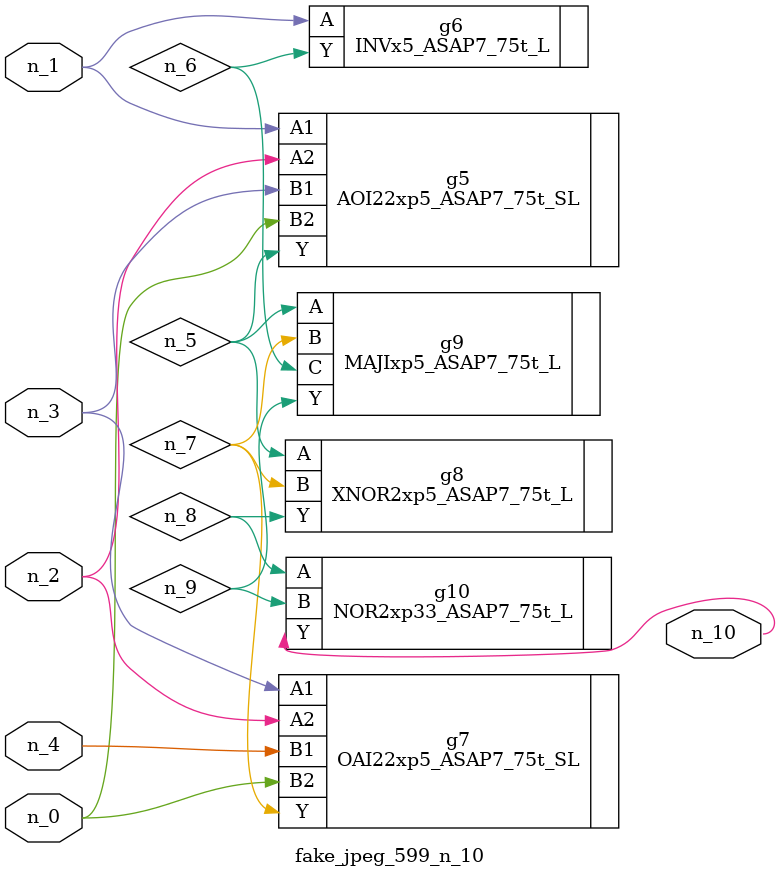
<source format=v>
module fake_jpeg_599_n_10 (n_3, n_2, n_1, n_0, n_4, n_10);

input n_3;
input n_2;
input n_1;
input n_0;
input n_4;

output n_10;

wire n_8;
wire n_9;
wire n_6;
wire n_5;
wire n_7;

AOI22xp5_ASAP7_75t_SL g5 ( 
.A1(n_1),
.A2(n_2),
.B1(n_3),
.B2(n_0),
.Y(n_5)
);

INVx5_ASAP7_75t_L g6 ( 
.A(n_1),
.Y(n_6)
);

OAI22xp5_ASAP7_75t_SL g7 ( 
.A1(n_3),
.A2(n_2),
.B1(n_4),
.B2(n_0),
.Y(n_7)
);

XNOR2xp5_ASAP7_75t_L g8 ( 
.A(n_5),
.B(n_7),
.Y(n_8)
);

NOR2xp33_ASAP7_75t_L g10 ( 
.A(n_8),
.B(n_9),
.Y(n_10)
);

MAJIxp5_ASAP7_75t_L g9 ( 
.A(n_5),
.B(n_7),
.C(n_6),
.Y(n_9)
);


endmodule
</source>
